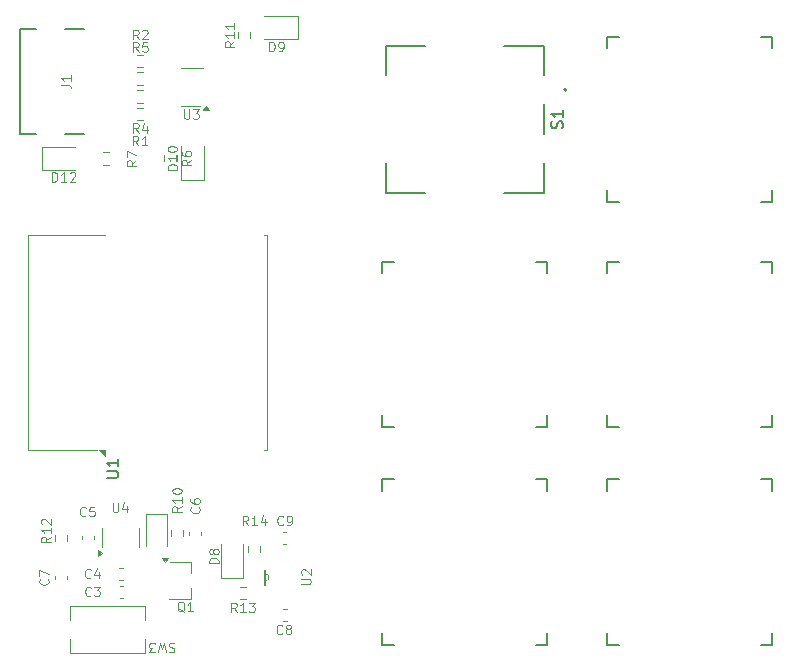
<source format=gbr>
%TF.GenerationSoftware,KiCad,Pcbnew,9.0.2*%
%TF.CreationDate,2025-07-23T19:01:54-06:00*%
%TF.ProjectId,macro devboard ESP32,6d616372-6f20-4646-9576-626f61726420,rev?*%
%TF.SameCoordinates,Original*%
%TF.FileFunction,Legend,Top*%
%TF.FilePolarity,Positive*%
%FSLAX46Y46*%
G04 Gerber Fmt 4.6, Leading zero omitted, Abs format (unit mm)*
G04 Created by KiCad (PCBNEW 9.0.2) date 2025-07-23 19:01:54*
%MOMM*%
%LPD*%
G01*
G04 APERTURE LIST*
%ADD10C,0.120000*%
%ADD11C,0.150000*%
%ADD12C,0.152400*%
%ADD13C,0.100000*%
%ADD14C,0.127000*%
%ADD15C,0.200000*%
G04 APERTURE END LIST*
D10*
X190993855Y-84854285D02*
X190612902Y-85120952D01*
X190993855Y-85311428D02*
X190193855Y-85311428D01*
X190193855Y-85311428D02*
X190193855Y-85006666D01*
X190193855Y-85006666D02*
X190231950Y-84930476D01*
X190231950Y-84930476D02*
X190270045Y-84892381D01*
X190270045Y-84892381D02*
X190346236Y-84854285D01*
X190346236Y-84854285D02*
X190460521Y-84854285D01*
X190460521Y-84854285D02*
X190536712Y-84892381D01*
X190536712Y-84892381D02*
X190574807Y-84930476D01*
X190574807Y-84930476D02*
X190612902Y-85006666D01*
X190612902Y-85006666D02*
X190612902Y-85311428D01*
X190993855Y-84092381D02*
X190993855Y-84549524D01*
X190993855Y-84320952D02*
X190193855Y-84320952D01*
X190193855Y-84320952D02*
X190308140Y-84397143D01*
X190308140Y-84397143D02*
X190384331Y-84473333D01*
X190384331Y-84473333D02*
X190422426Y-84549524D01*
X190270045Y-83787619D02*
X190231950Y-83749523D01*
X190231950Y-83749523D02*
X190193855Y-83673333D01*
X190193855Y-83673333D02*
X190193855Y-83482857D01*
X190193855Y-83482857D02*
X190231950Y-83406666D01*
X190231950Y-83406666D02*
X190270045Y-83368571D01*
X190270045Y-83368571D02*
X190346236Y-83330476D01*
X190346236Y-83330476D02*
X190422426Y-83330476D01*
X190422426Y-83330476D02*
X190536712Y-83368571D01*
X190536712Y-83368571D02*
X190993855Y-83825714D01*
X190993855Y-83825714D02*
X190993855Y-83330476D01*
X193966667Y-83057664D02*
X193928571Y-83095760D01*
X193928571Y-83095760D02*
X193814286Y-83133855D01*
X193814286Y-83133855D02*
X193738095Y-83133855D01*
X193738095Y-83133855D02*
X193623809Y-83095760D01*
X193623809Y-83095760D02*
X193547619Y-83019569D01*
X193547619Y-83019569D02*
X193509524Y-82943379D01*
X193509524Y-82943379D02*
X193471428Y-82790998D01*
X193471428Y-82790998D02*
X193471428Y-82676712D01*
X193471428Y-82676712D02*
X193509524Y-82524331D01*
X193509524Y-82524331D02*
X193547619Y-82448140D01*
X193547619Y-82448140D02*
X193623809Y-82371950D01*
X193623809Y-82371950D02*
X193738095Y-82333855D01*
X193738095Y-82333855D02*
X193814286Y-82333855D01*
X193814286Y-82333855D02*
X193928571Y-82371950D01*
X193928571Y-82371950D02*
X193966667Y-82410045D01*
X194690476Y-82333855D02*
X194309524Y-82333855D01*
X194309524Y-82333855D02*
X194271428Y-82714807D01*
X194271428Y-82714807D02*
X194309524Y-82676712D01*
X194309524Y-82676712D02*
X194385714Y-82638617D01*
X194385714Y-82638617D02*
X194576190Y-82638617D01*
X194576190Y-82638617D02*
X194652381Y-82676712D01*
X194652381Y-82676712D02*
X194690476Y-82714807D01*
X194690476Y-82714807D02*
X194728571Y-82790998D01*
X194728571Y-82790998D02*
X194728571Y-82981474D01*
X194728571Y-82981474D02*
X194690476Y-83057664D01*
X194690476Y-83057664D02*
X194652381Y-83095760D01*
X194652381Y-83095760D02*
X194576190Y-83133855D01*
X194576190Y-83133855D02*
X194385714Y-83133855D01*
X194385714Y-83133855D02*
X194309524Y-83095760D01*
X194309524Y-83095760D02*
X194271428Y-83057664D01*
X212223855Y-88869523D02*
X212871474Y-88869523D01*
X212871474Y-88869523D02*
X212947664Y-88831428D01*
X212947664Y-88831428D02*
X212985760Y-88793333D01*
X212985760Y-88793333D02*
X213023855Y-88717142D01*
X213023855Y-88717142D02*
X213023855Y-88564761D01*
X213023855Y-88564761D02*
X212985760Y-88488571D01*
X212985760Y-88488571D02*
X212947664Y-88450476D01*
X212947664Y-88450476D02*
X212871474Y-88412380D01*
X212871474Y-88412380D02*
X212223855Y-88412380D01*
X212300045Y-88069524D02*
X212261950Y-88031428D01*
X212261950Y-88031428D02*
X212223855Y-87955238D01*
X212223855Y-87955238D02*
X212223855Y-87764762D01*
X212223855Y-87764762D02*
X212261950Y-87688571D01*
X212261950Y-87688571D02*
X212300045Y-87650476D01*
X212300045Y-87650476D02*
X212376236Y-87612381D01*
X212376236Y-87612381D02*
X212452426Y-87612381D01*
X212452426Y-87612381D02*
X212566712Y-87650476D01*
X212566712Y-87650476D02*
X213023855Y-88107619D01*
X213023855Y-88107619D02*
X213023855Y-87612381D01*
X194376667Y-88287664D02*
X194338571Y-88325760D01*
X194338571Y-88325760D02*
X194224286Y-88363855D01*
X194224286Y-88363855D02*
X194148095Y-88363855D01*
X194148095Y-88363855D02*
X194033809Y-88325760D01*
X194033809Y-88325760D02*
X193957619Y-88249569D01*
X193957619Y-88249569D02*
X193919524Y-88173379D01*
X193919524Y-88173379D02*
X193881428Y-88020998D01*
X193881428Y-88020998D02*
X193881428Y-87906712D01*
X193881428Y-87906712D02*
X193919524Y-87754331D01*
X193919524Y-87754331D02*
X193957619Y-87678140D01*
X193957619Y-87678140D02*
X194033809Y-87601950D01*
X194033809Y-87601950D02*
X194148095Y-87563855D01*
X194148095Y-87563855D02*
X194224286Y-87563855D01*
X194224286Y-87563855D02*
X194338571Y-87601950D01*
X194338571Y-87601950D02*
X194376667Y-87640045D01*
X195062381Y-87830521D02*
X195062381Y-88363855D01*
X194871905Y-87525760D02*
X194681428Y-88097188D01*
X194681428Y-88097188D02*
X195176667Y-88097188D01*
D11*
X234317200Y-50271904D02*
X234364819Y-50129047D01*
X234364819Y-50129047D02*
X234364819Y-49890952D01*
X234364819Y-49890952D02*
X234317200Y-49795714D01*
X234317200Y-49795714D02*
X234269580Y-49748095D01*
X234269580Y-49748095D02*
X234174342Y-49700476D01*
X234174342Y-49700476D02*
X234079104Y-49700476D01*
X234079104Y-49700476D02*
X233983866Y-49748095D01*
X233983866Y-49748095D02*
X233936247Y-49795714D01*
X233936247Y-49795714D02*
X233888628Y-49890952D01*
X233888628Y-49890952D02*
X233841009Y-50081428D01*
X233841009Y-50081428D02*
X233793390Y-50176666D01*
X233793390Y-50176666D02*
X233745771Y-50224285D01*
X233745771Y-50224285D02*
X233650533Y-50271904D01*
X233650533Y-50271904D02*
X233555295Y-50271904D01*
X233555295Y-50271904D02*
X233460057Y-50224285D01*
X233460057Y-50224285D02*
X233412438Y-50176666D01*
X233412438Y-50176666D02*
X233364819Y-50081428D01*
X233364819Y-50081428D02*
X233364819Y-49843333D01*
X233364819Y-49843333D02*
X233412438Y-49700476D01*
X234364819Y-48748095D02*
X234364819Y-49319523D01*
X234364819Y-49033809D02*
X233364819Y-49033809D01*
X233364819Y-49033809D02*
X233507676Y-49129047D01*
X233507676Y-49129047D02*
X233602914Y-49224285D01*
X233602914Y-49224285D02*
X233650533Y-49319523D01*
X195724819Y-79861904D02*
X196534342Y-79861904D01*
X196534342Y-79861904D02*
X196629580Y-79814285D01*
X196629580Y-79814285D02*
X196677200Y-79766666D01*
X196677200Y-79766666D02*
X196724819Y-79671428D01*
X196724819Y-79671428D02*
X196724819Y-79480952D01*
X196724819Y-79480952D02*
X196677200Y-79385714D01*
X196677200Y-79385714D02*
X196629580Y-79338095D01*
X196629580Y-79338095D02*
X196534342Y-79290476D01*
X196534342Y-79290476D02*
X195724819Y-79290476D01*
X196724819Y-78290476D02*
X196724819Y-78861904D01*
X196724819Y-78576190D02*
X195724819Y-78576190D01*
X195724819Y-78576190D02*
X195867676Y-78671428D01*
X195867676Y-78671428D02*
X195962914Y-78766666D01*
X195962914Y-78766666D02*
X196010533Y-78861904D01*
D10*
X210606667Y-93027664D02*
X210568571Y-93065760D01*
X210568571Y-93065760D02*
X210454286Y-93103855D01*
X210454286Y-93103855D02*
X210378095Y-93103855D01*
X210378095Y-93103855D02*
X210263809Y-93065760D01*
X210263809Y-93065760D02*
X210187619Y-92989569D01*
X210187619Y-92989569D02*
X210149524Y-92913379D01*
X210149524Y-92913379D02*
X210111428Y-92760998D01*
X210111428Y-92760998D02*
X210111428Y-92646712D01*
X210111428Y-92646712D02*
X210149524Y-92494331D01*
X210149524Y-92494331D02*
X210187619Y-92418140D01*
X210187619Y-92418140D02*
X210263809Y-92341950D01*
X210263809Y-92341950D02*
X210378095Y-92303855D01*
X210378095Y-92303855D02*
X210454286Y-92303855D01*
X210454286Y-92303855D02*
X210568571Y-92341950D01*
X210568571Y-92341950D02*
X210606667Y-92380045D01*
X211063809Y-92646712D02*
X210987619Y-92608617D01*
X210987619Y-92608617D02*
X210949524Y-92570521D01*
X210949524Y-92570521D02*
X210911428Y-92494331D01*
X210911428Y-92494331D02*
X210911428Y-92456236D01*
X210911428Y-92456236D02*
X210949524Y-92380045D01*
X210949524Y-92380045D02*
X210987619Y-92341950D01*
X210987619Y-92341950D02*
X211063809Y-92303855D01*
X211063809Y-92303855D02*
X211216190Y-92303855D01*
X211216190Y-92303855D02*
X211292381Y-92341950D01*
X211292381Y-92341950D02*
X211330476Y-92380045D01*
X211330476Y-92380045D02*
X211368571Y-92456236D01*
X211368571Y-92456236D02*
X211368571Y-92494331D01*
X211368571Y-92494331D02*
X211330476Y-92570521D01*
X211330476Y-92570521D02*
X211292381Y-92608617D01*
X211292381Y-92608617D02*
X211216190Y-92646712D01*
X211216190Y-92646712D02*
X211063809Y-92646712D01*
X211063809Y-92646712D02*
X210987619Y-92684807D01*
X210987619Y-92684807D02*
X210949524Y-92722902D01*
X210949524Y-92722902D02*
X210911428Y-92799093D01*
X210911428Y-92799093D02*
X210911428Y-92951474D01*
X210911428Y-92951474D02*
X210949524Y-93027664D01*
X210949524Y-93027664D02*
X210987619Y-93065760D01*
X210987619Y-93065760D02*
X211063809Y-93103855D01*
X211063809Y-93103855D02*
X211216190Y-93103855D01*
X211216190Y-93103855D02*
X211292381Y-93065760D01*
X211292381Y-93065760D02*
X211330476Y-93027664D01*
X211330476Y-93027664D02*
X211368571Y-92951474D01*
X211368571Y-92951474D02*
X211368571Y-92799093D01*
X211368571Y-92799093D02*
X211330476Y-92722902D01*
X211330476Y-92722902D02*
X211292381Y-92684807D01*
X211292381Y-92684807D02*
X211216190Y-92646712D01*
X205203855Y-87100475D02*
X204403855Y-87100475D01*
X204403855Y-87100475D02*
X204403855Y-86909999D01*
X204403855Y-86909999D02*
X204441950Y-86795713D01*
X204441950Y-86795713D02*
X204518140Y-86719523D01*
X204518140Y-86719523D02*
X204594331Y-86681428D01*
X204594331Y-86681428D02*
X204746712Y-86643332D01*
X204746712Y-86643332D02*
X204860998Y-86643332D01*
X204860998Y-86643332D02*
X205013379Y-86681428D01*
X205013379Y-86681428D02*
X205089569Y-86719523D01*
X205089569Y-86719523D02*
X205165760Y-86795713D01*
X205165760Y-86795713D02*
X205203855Y-86909999D01*
X205203855Y-86909999D02*
X205203855Y-87100475D01*
X204746712Y-86186190D02*
X204708617Y-86262380D01*
X204708617Y-86262380D02*
X204670521Y-86300475D01*
X204670521Y-86300475D02*
X204594331Y-86338571D01*
X204594331Y-86338571D02*
X204556236Y-86338571D01*
X204556236Y-86338571D02*
X204480045Y-86300475D01*
X204480045Y-86300475D02*
X204441950Y-86262380D01*
X204441950Y-86262380D02*
X204403855Y-86186190D01*
X204403855Y-86186190D02*
X204403855Y-86033809D01*
X204403855Y-86033809D02*
X204441950Y-85957618D01*
X204441950Y-85957618D02*
X204480045Y-85919523D01*
X204480045Y-85919523D02*
X204556236Y-85881428D01*
X204556236Y-85881428D02*
X204594331Y-85881428D01*
X204594331Y-85881428D02*
X204670521Y-85919523D01*
X204670521Y-85919523D02*
X204708617Y-85957618D01*
X204708617Y-85957618D02*
X204746712Y-86033809D01*
X204746712Y-86033809D02*
X204746712Y-86186190D01*
X204746712Y-86186190D02*
X204784807Y-86262380D01*
X204784807Y-86262380D02*
X204822902Y-86300475D01*
X204822902Y-86300475D02*
X204899093Y-86338571D01*
X204899093Y-86338571D02*
X205051474Y-86338571D01*
X205051474Y-86338571D02*
X205127664Y-86300475D01*
X205127664Y-86300475D02*
X205165760Y-86262380D01*
X205165760Y-86262380D02*
X205203855Y-86186190D01*
X205203855Y-86186190D02*
X205203855Y-86033809D01*
X205203855Y-86033809D02*
X205165760Y-85957618D01*
X205165760Y-85957618D02*
X205127664Y-85919523D01*
X205127664Y-85919523D02*
X205051474Y-85881428D01*
X205051474Y-85881428D02*
X204899093Y-85881428D01*
X204899093Y-85881428D02*
X204822902Y-85919523D01*
X204822902Y-85919523D02*
X204784807Y-85957618D01*
X204784807Y-85957618D02*
X204746712Y-86033809D01*
X203547664Y-82353332D02*
X203585760Y-82391428D01*
X203585760Y-82391428D02*
X203623855Y-82505713D01*
X203623855Y-82505713D02*
X203623855Y-82581904D01*
X203623855Y-82581904D02*
X203585760Y-82696190D01*
X203585760Y-82696190D02*
X203509569Y-82772380D01*
X203509569Y-82772380D02*
X203433379Y-82810475D01*
X203433379Y-82810475D02*
X203280998Y-82848571D01*
X203280998Y-82848571D02*
X203166712Y-82848571D01*
X203166712Y-82848571D02*
X203014331Y-82810475D01*
X203014331Y-82810475D02*
X202938140Y-82772380D01*
X202938140Y-82772380D02*
X202861950Y-82696190D01*
X202861950Y-82696190D02*
X202823855Y-82581904D01*
X202823855Y-82581904D02*
X202823855Y-82505713D01*
X202823855Y-82505713D02*
X202861950Y-82391428D01*
X202861950Y-82391428D02*
X202900045Y-82353332D01*
X202823855Y-81667618D02*
X202823855Y-81819999D01*
X202823855Y-81819999D02*
X202861950Y-81896190D01*
X202861950Y-81896190D02*
X202900045Y-81934285D01*
X202900045Y-81934285D02*
X203014331Y-82010475D01*
X203014331Y-82010475D02*
X203166712Y-82048571D01*
X203166712Y-82048571D02*
X203471474Y-82048571D01*
X203471474Y-82048571D02*
X203547664Y-82010475D01*
X203547664Y-82010475D02*
X203585760Y-81972380D01*
X203585760Y-81972380D02*
X203623855Y-81896190D01*
X203623855Y-81896190D02*
X203623855Y-81743809D01*
X203623855Y-81743809D02*
X203585760Y-81667618D01*
X203585760Y-81667618D02*
X203547664Y-81629523D01*
X203547664Y-81629523D02*
X203471474Y-81591428D01*
X203471474Y-81591428D02*
X203280998Y-81591428D01*
X203280998Y-81591428D02*
X203204807Y-81629523D01*
X203204807Y-81629523D02*
X203166712Y-81667618D01*
X203166712Y-81667618D02*
X203128617Y-81743809D01*
X203128617Y-81743809D02*
X203128617Y-81896190D01*
X203128617Y-81896190D02*
X203166712Y-81972380D01*
X203166712Y-81972380D02*
X203204807Y-82010475D01*
X203204807Y-82010475D02*
X203280998Y-82048571D01*
X194396667Y-89807664D02*
X194358571Y-89845760D01*
X194358571Y-89845760D02*
X194244286Y-89883855D01*
X194244286Y-89883855D02*
X194168095Y-89883855D01*
X194168095Y-89883855D02*
X194053809Y-89845760D01*
X194053809Y-89845760D02*
X193977619Y-89769569D01*
X193977619Y-89769569D02*
X193939524Y-89693379D01*
X193939524Y-89693379D02*
X193901428Y-89540998D01*
X193901428Y-89540998D02*
X193901428Y-89426712D01*
X193901428Y-89426712D02*
X193939524Y-89274331D01*
X193939524Y-89274331D02*
X193977619Y-89198140D01*
X193977619Y-89198140D02*
X194053809Y-89121950D01*
X194053809Y-89121950D02*
X194168095Y-89083855D01*
X194168095Y-89083855D02*
X194244286Y-89083855D01*
X194244286Y-89083855D02*
X194358571Y-89121950D01*
X194358571Y-89121950D02*
X194396667Y-89160045D01*
X194663333Y-89083855D02*
X195158571Y-89083855D01*
X195158571Y-89083855D02*
X194891905Y-89388617D01*
X194891905Y-89388617D02*
X195006190Y-89388617D01*
X195006190Y-89388617D02*
X195082381Y-89426712D01*
X195082381Y-89426712D02*
X195120476Y-89464807D01*
X195120476Y-89464807D02*
X195158571Y-89540998D01*
X195158571Y-89540998D02*
X195158571Y-89731474D01*
X195158571Y-89731474D02*
X195120476Y-89807664D01*
X195120476Y-89807664D02*
X195082381Y-89845760D01*
X195082381Y-89845760D02*
X195006190Y-89883855D01*
X195006190Y-89883855D02*
X194777619Y-89883855D01*
X194777619Y-89883855D02*
X194701428Y-89845760D01*
X194701428Y-89845760D02*
X194663333Y-89807664D01*
X198441667Y-42733855D02*
X198175000Y-42352902D01*
X197984524Y-42733855D02*
X197984524Y-41933855D01*
X197984524Y-41933855D02*
X198289286Y-41933855D01*
X198289286Y-41933855D02*
X198365476Y-41971950D01*
X198365476Y-41971950D02*
X198403571Y-42010045D01*
X198403571Y-42010045D02*
X198441667Y-42086236D01*
X198441667Y-42086236D02*
X198441667Y-42200521D01*
X198441667Y-42200521D02*
X198403571Y-42276712D01*
X198403571Y-42276712D02*
X198365476Y-42314807D01*
X198365476Y-42314807D02*
X198289286Y-42352902D01*
X198289286Y-42352902D02*
X197984524Y-42352902D01*
X198746428Y-42010045D02*
X198784524Y-41971950D01*
X198784524Y-41971950D02*
X198860714Y-41933855D01*
X198860714Y-41933855D02*
X199051190Y-41933855D01*
X199051190Y-41933855D02*
X199127381Y-41971950D01*
X199127381Y-41971950D02*
X199165476Y-42010045D01*
X199165476Y-42010045D02*
X199203571Y-42086236D01*
X199203571Y-42086236D02*
X199203571Y-42162426D01*
X199203571Y-42162426D02*
X199165476Y-42276712D01*
X199165476Y-42276712D02*
X198708333Y-42733855D01*
X198708333Y-42733855D02*
X199203571Y-42733855D01*
X201683855Y-53788928D02*
X200883855Y-53788928D01*
X200883855Y-53788928D02*
X200883855Y-53598452D01*
X200883855Y-53598452D02*
X200921950Y-53484166D01*
X200921950Y-53484166D02*
X200998140Y-53407976D01*
X200998140Y-53407976D02*
X201074331Y-53369881D01*
X201074331Y-53369881D02*
X201226712Y-53331785D01*
X201226712Y-53331785D02*
X201340998Y-53331785D01*
X201340998Y-53331785D02*
X201493379Y-53369881D01*
X201493379Y-53369881D02*
X201569569Y-53407976D01*
X201569569Y-53407976D02*
X201645760Y-53484166D01*
X201645760Y-53484166D02*
X201683855Y-53598452D01*
X201683855Y-53598452D02*
X201683855Y-53788928D01*
X201683855Y-52569881D02*
X201683855Y-53027024D01*
X201683855Y-52798452D02*
X200883855Y-52798452D01*
X200883855Y-52798452D02*
X200998140Y-52874643D01*
X200998140Y-52874643D02*
X201074331Y-52950833D01*
X201074331Y-52950833D02*
X201112426Y-53027024D01*
X200883855Y-52074642D02*
X200883855Y-51998452D01*
X200883855Y-51998452D02*
X200921950Y-51922261D01*
X200921950Y-51922261D02*
X200960045Y-51884166D01*
X200960045Y-51884166D02*
X201036236Y-51846071D01*
X201036236Y-51846071D02*
X201188617Y-51807976D01*
X201188617Y-51807976D02*
X201379093Y-51807976D01*
X201379093Y-51807976D02*
X201531474Y-51846071D01*
X201531474Y-51846071D02*
X201607664Y-51884166D01*
X201607664Y-51884166D02*
X201645760Y-51922261D01*
X201645760Y-51922261D02*
X201683855Y-51998452D01*
X201683855Y-51998452D02*
X201683855Y-52074642D01*
X201683855Y-52074642D02*
X201645760Y-52150833D01*
X201645760Y-52150833D02*
X201607664Y-52188928D01*
X201607664Y-52188928D02*
X201531474Y-52227023D01*
X201531474Y-52227023D02*
X201379093Y-52265119D01*
X201379093Y-52265119D02*
X201188617Y-52265119D01*
X201188617Y-52265119D02*
X201036236Y-52227023D01*
X201036236Y-52227023D02*
X200960045Y-52188928D01*
X200960045Y-52188928D02*
X200921950Y-52150833D01*
X200921950Y-52150833D02*
X200883855Y-52074642D01*
X206533855Y-42926785D02*
X206152902Y-43193452D01*
X206533855Y-43383928D02*
X205733855Y-43383928D01*
X205733855Y-43383928D02*
X205733855Y-43079166D01*
X205733855Y-43079166D02*
X205771950Y-43002976D01*
X205771950Y-43002976D02*
X205810045Y-42964881D01*
X205810045Y-42964881D02*
X205886236Y-42926785D01*
X205886236Y-42926785D02*
X206000521Y-42926785D01*
X206000521Y-42926785D02*
X206076712Y-42964881D01*
X206076712Y-42964881D02*
X206114807Y-43002976D01*
X206114807Y-43002976D02*
X206152902Y-43079166D01*
X206152902Y-43079166D02*
X206152902Y-43383928D01*
X206533855Y-42164881D02*
X206533855Y-42622024D01*
X206533855Y-42393452D02*
X205733855Y-42393452D01*
X205733855Y-42393452D02*
X205848140Y-42469643D01*
X205848140Y-42469643D02*
X205924331Y-42545833D01*
X205924331Y-42545833D02*
X205962426Y-42622024D01*
X206533855Y-41402976D02*
X206533855Y-41860119D01*
X206533855Y-41631547D02*
X205733855Y-41631547D01*
X205733855Y-41631547D02*
X205848140Y-41707738D01*
X205848140Y-41707738D02*
X205924331Y-41783928D01*
X205924331Y-41783928D02*
X205962426Y-41860119D01*
X198434167Y-43793855D02*
X198167500Y-43412902D01*
X197977024Y-43793855D02*
X197977024Y-42993855D01*
X197977024Y-42993855D02*
X198281786Y-42993855D01*
X198281786Y-42993855D02*
X198357976Y-43031950D01*
X198357976Y-43031950D02*
X198396071Y-43070045D01*
X198396071Y-43070045D02*
X198434167Y-43146236D01*
X198434167Y-43146236D02*
X198434167Y-43260521D01*
X198434167Y-43260521D02*
X198396071Y-43336712D01*
X198396071Y-43336712D02*
X198357976Y-43374807D01*
X198357976Y-43374807D02*
X198281786Y-43412902D01*
X198281786Y-43412902D02*
X197977024Y-43412902D01*
X199157976Y-42993855D02*
X198777024Y-42993855D01*
X198777024Y-42993855D02*
X198738928Y-43374807D01*
X198738928Y-43374807D02*
X198777024Y-43336712D01*
X198777024Y-43336712D02*
X198853214Y-43298617D01*
X198853214Y-43298617D02*
X199043690Y-43298617D01*
X199043690Y-43298617D02*
X199119881Y-43336712D01*
X199119881Y-43336712D02*
X199157976Y-43374807D01*
X199157976Y-43374807D02*
X199196071Y-43450998D01*
X199196071Y-43450998D02*
X199196071Y-43641474D01*
X199196071Y-43641474D02*
X199157976Y-43717664D01*
X199157976Y-43717664D02*
X199119881Y-43755760D01*
X199119881Y-43755760D02*
X199043690Y-43793855D01*
X199043690Y-43793855D02*
X198853214Y-43793855D01*
X198853214Y-43793855D02*
X198777024Y-43755760D01*
X198777024Y-43755760D02*
X198738928Y-43717664D01*
X198426667Y-50653855D02*
X198160000Y-50272902D01*
X197969524Y-50653855D02*
X197969524Y-49853855D01*
X197969524Y-49853855D02*
X198274286Y-49853855D01*
X198274286Y-49853855D02*
X198350476Y-49891950D01*
X198350476Y-49891950D02*
X198388571Y-49930045D01*
X198388571Y-49930045D02*
X198426667Y-50006236D01*
X198426667Y-50006236D02*
X198426667Y-50120521D01*
X198426667Y-50120521D02*
X198388571Y-50196712D01*
X198388571Y-50196712D02*
X198350476Y-50234807D01*
X198350476Y-50234807D02*
X198274286Y-50272902D01*
X198274286Y-50272902D02*
X197969524Y-50272902D01*
X199112381Y-50120521D02*
X199112381Y-50653855D01*
X198921905Y-49815760D02*
X198731428Y-50387188D01*
X198731428Y-50387188D02*
X199226667Y-50387188D01*
X198414167Y-51713855D02*
X198147500Y-51332902D01*
X197957024Y-51713855D02*
X197957024Y-50913855D01*
X197957024Y-50913855D02*
X198261786Y-50913855D01*
X198261786Y-50913855D02*
X198337976Y-50951950D01*
X198337976Y-50951950D02*
X198376071Y-50990045D01*
X198376071Y-50990045D02*
X198414167Y-51066236D01*
X198414167Y-51066236D02*
X198414167Y-51180521D01*
X198414167Y-51180521D02*
X198376071Y-51256712D01*
X198376071Y-51256712D02*
X198337976Y-51294807D01*
X198337976Y-51294807D02*
X198261786Y-51332902D01*
X198261786Y-51332902D02*
X197957024Y-51332902D01*
X199176071Y-51713855D02*
X198718928Y-51713855D01*
X198947500Y-51713855D02*
X198947500Y-50913855D01*
X198947500Y-50913855D02*
X198871309Y-51028140D01*
X198871309Y-51028140D02*
X198795119Y-51104331D01*
X198795119Y-51104331D02*
X198718928Y-51142426D01*
X201466667Y-93864240D02*
X201352381Y-93826144D01*
X201352381Y-93826144D02*
X201161905Y-93826144D01*
X201161905Y-93826144D02*
X201085714Y-93864240D01*
X201085714Y-93864240D02*
X201047619Y-93902335D01*
X201047619Y-93902335D02*
X201009524Y-93978525D01*
X201009524Y-93978525D02*
X201009524Y-94054716D01*
X201009524Y-94054716D02*
X201047619Y-94130906D01*
X201047619Y-94130906D02*
X201085714Y-94169001D01*
X201085714Y-94169001D02*
X201161905Y-94207097D01*
X201161905Y-94207097D02*
X201314286Y-94245192D01*
X201314286Y-94245192D02*
X201390476Y-94283287D01*
X201390476Y-94283287D02*
X201428571Y-94321382D01*
X201428571Y-94321382D02*
X201466667Y-94397573D01*
X201466667Y-94397573D02*
X201466667Y-94473763D01*
X201466667Y-94473763D02*
X201428571Y-94549954D01*
X201428571Y-94549954D02*
X201390476Y-94588049D01*
X201390476Y-94588049D02*
X201314286Y-94626144D01*
X201314286Y-94626144D02*
X201123809Y-94626144D01*
X201123809Y-94626144D02*
X201009524Y-94588049D01*
X200742857Y-94626144D02*
X200552381Y-93826144D01*
X200552381Y-93826144D02*
X200400000Y-94397573D01*
X200400000Y-94397573D02*
X200247619Y-93826144D01*
X200247619Y-93826144D02*
X200057143Y-94626144D01*
X199828571Y-94626144D02*
X199333333Y-94626144D01*
X199333333Y-94626144D02*
X199599999Y-94321382D01*
X199599999Y-94321382D02*
X199485714Y-94321382D01*
X199485714Y-94321382D02*
X199409523Y-94283287D01*
X199409523Y-94283287D02*
X199371428Y-94245192D01*
X199371428Y-94245192D02*
X199333333Y-94169001D01*
X199333333Y-94169001D02*
X199333333Y-93978525D01*
X199333333Y-93978525D02*
X199371428Y-93902335D01*
X199371428Y-93902335D02*
X199409523Y-93864240D01*
X199409523Y-93864240D02*
X199485714Y-93826144D01*
X199485714Y-93826144D02*
X199714285Y-93826144D01*
X199714285Y-93826144D02*
X199790476Y-93864240D01*
X199790476Y-93864240D02*
X199828571Y-93902335D01*
X206735714Y-91243855D02*
X206469047Y-90862902D01*
X206278571Y-91243855D02*
X206278571Y-90443855D01*
X206278571Y-90443855D02*
X206583333Y-90443855D01*
X206583333Y-90443855D02*
X206659523Y-90481950D01*
X206659523Y-90481950D02*
X206697618Y-90520045D01*
X206697618Y-90520045D02*
X206735714Y-90596236D01*
X206735714Y-90596236D02*
X206735714Y-90710521D01*
X206735714Y-90710521D02*
X206697618Y-90786712D01*
X206697618Y-90786712D02*
X206659523Y-90824807D01*
X206659523Y-90824807D02*
X206583333Y-90862902D01*
X206583333Y-90862902D02*
X206278571Y-90862902D01*
X207497618Y-91243855D02*
X207040475Y-91243855D01*
X207269047Y-91243855D02*
X207269047Y-90443855D01*
X207269047Y-90443855D02*
X207192856Y-90558140D01*
X207192856Y-90558140D02*
X207116666Y-90634331D01*
X207116666Y-90634331D02*
X207040475Y-90672426D01*
X207764285Y-90443855D02*
X208259523Y-90443855D01*
X208259523Y-90443855D02*
X207992857Y-90748617D01*
X207992857Y-90748617D02*
X208107142Y-90748617D01*
X208107142Y-90748617D02*
X208183333Y-90786712D01*
X208183333Y-90786712D02*
X208221428Y-90824807D01*
X208221428Y-90824807D02*
X208259523Y-90900998D01*
X208259523Y-90900998D02*
X208259523Y-91091474D01*
X208259523Y-91091474D02*
X208221428Y-91167664D01*
X208221428Y-91167664D02*
X208183333Y-91205760D01*
X208183333Y-91205760D02*
X208107142Y-91243855D01*
X208107142Y-91243855D02*
X207878571Y-91243855D01*
X207878571Y-91243855D02*
X207802380Y-91205760D01*
X207802380Y-91205760D02*
X207764285Y-91167664D01*
X210656667Y-83817664D02*
X210618571Y-83855760D01*
X210618571Y-83855760D02*
X210504286Y-83893855D01*
X210504286Y-83893855D02*
X210428095Y-83893855D01*
X210428095Y-83893855D02*
X210313809Y-83855760D01*
X210313809Y-83855760D02*
X210237619Y-83779569D01*
X210237619Y-83779569D02*
X210199524Y-83703379D01*
X210199524Y-83703379D02*
X210161428Y-83550998D01*
X210161428Y-83550998D02*
X210161428Y-83436712D01*
X210161428Y-83436712D02*
X210199524Y-83284331D01*
X210199524Y-83284331D02*
X210237619Y-83208140D01*
X210237619Y-83208140D02*
X210313809Y-83131950D01*
X210313809Y-83131950D02*
X210428095Y-83093855D01*
X210428095Y-83093855D02*
X210504286Y-83093855D01*
X210504286Y-83093855D02*
X210618571Y-83131950D01*
X210618571Y-83131950D02*
X210656667Y-83170045D01*
X211037619Y-83893855D02*
X211190000Y-83893855D01*
X211190000Y-83893855D02*
X211266190Y-83855760D01*
X211266190Y-83855760D02*
X211304286Y-83817664D01*
X211304286Y-83817664D02*
X211380476Y-83703379D01*
X211380476Y-83703379D02*
X211418571Y-83550998D01*
X211418571Y-83550998D02*
X211418571Y-83246236D01*
X211418571Y-83246236D02*
X211380476Y-83170045D01*
X211380476Y-83170045D02*
X211342381Y-83131950D01*
X211342381Y-83131950D02*
X211266190Y-83093855D01*
X211266190Y-83093855D02*
X211113809Y-83093855D01*
X211113809Y-83093855D02*
X211037619Y-83131950D01*
X211037619Y-83131950D02*
X210999524Y-83170045D01*
X210999524Y-83170045D02*
X210961428Y-83246236D01*
X210961428Y-83246236D02*
X210961428Y-83436712D01*
X210961428Y-83436712D02*
X210999524Y-83512902D01*
X210999524Y-83512902D02*
X211037619Y-83550998D01*
X211037619Y-83550998D02*
X211113809Y-83589093D01*
X211113809Y-83589093D02*
X211266190Y-83589093D01*
X211266190Y-83589093D02*
X211342381Y-83550998D01*
X211342381Y-83550998D02*
X211380476Y-83512902D01*
X211380476Y-83512902D02*
X211418571Y-83436712D01*
X202313809Y-91260045D02*
X202237619Y-91221950D01*
X202237619Y-91221950D02*
X202161428Y-91145760D01*
X202161428Y-91145760D02*
X202047142Y-91031474D01*
X202047142Y-91031474D02*
X201970952Y-90993379D01*
X201970952Y-90993379D02*
X201894761Y-90993379D01*
X201932857Y-91183855D02*
X201856666Y-91145760D01*
X201856666Y-91145760D02*
X201780476Y-91069569D01*
X201780476Y-91069569D02*
X201742380Y-90917188D01*
X201742380Y-90917188D02*
X201742380Y-90650521D01*
X201742380Y-90650521D02*
X201780476Y-90498140D01*
X201780476Y-90498140D02*
X201856666Y-90421950D01*
X201856666Y-90421950D02*
X201932857Y-90383855D01*
X201932857Y-90383855D02*
X202085238Y-90383855D01*
X202085238Y-90383855D02*
X202161428Y-90421950D01*
X202161428Y-90421950D02*
X202237619Y-90498140D01*
X202237619Y-90498140D02*
X202275714Y-90650521D01*
X202275714Y-90650521D02*
X202275714Y-90917188D01*
X202275714Y-90917188D02*
X202237619Y-91069569D01*
X202237619Y-91069569D02*
X202161428Y-91145760D01*
X202161428Y-91145760D02*
X202085238Y-91183855D01*
X202085238Y-91183855D02*
X201932857Y-91183855D01*
X203037618Y-91183855D02*
X202580475Y-91183855D01*
X202809047Y-91183855D02*
X202809047Y-90383855D01*
X202809047Y-90383855D02*
X202732856Y-90498140D01*
X202732856Y-90498140D02*
X202656666Y-90574331D01*
X202656666Y-90574331D02*
X202580475Y-90612426D01*
X207705714Y-83883855D02*
X207439047Y-83502902D01*
X207248571Y-83883855D02*
X207248571Y-83083855D01*
X207248571Y-83083855D02*
X207553333Y-83083855D01*
X207553333Y-83083855D02*
X207629523Y-83121950D01*
X207629523Y-83121950D02*
X207667618Y-83160045D01*
X207667618Y-83160045D02*
X207705714Y-83236236D01*
X207705714Y-83236236D02*
X207705714Y-83350521D01*
X207705714Y-83350521D02*
X207667618Y-83426712D01*
X207667618Y-83426712D02*
X207629523Y-83464807D01*
X207629523Y-83464807D02*
X207553333Y-83502902D01*
X207553333Y-83502902D02*
X207248571Y-83502902D01*
X208467618Y-83883855D02*
X208010475Y-83883855D01*
X208239047Y-83883855D02*
X208239047Y-83083855D01*
X208239047Y-83083855D02*
X208162856Y-83198140D01*
X208162856Y-83198140D02*
X208086666Y-83274331D01*
X208086666Y-83274331D02*
X208010475Y-83312426D01*
X209153333Y-83350521D02*
X209153333Y-83883855D01*
X208962857Y-83045760D02*
X208772380Y-83617188D01*
X208772380Y-83617188D02*
X209267619Y-83617188D01*
X202893855Y-52960832D02*
X202512902Y-53227499D01*
X202893855Y-53417975D02*
X202093855Y-53417975D01*
X202093855Y-53417975D02*
X202093855Y-53113213D01*
X202093855Y-53113213D02*
X202131950Y-53037023D01*
X202131950Y-53037023D02*
X202170045Y-52998928D01*
X202170045Y-52998928D02*
X202246236Y-52960832D01*
X202246236Y-52960832D02*
X202360521Y-52960832D01*
X202360521Y-52960832D02*
X202436712Y-52998928D01*
X202436712Y-52998928D02*
X202474807Y-53037023D01*
X202474807Y-53037023D02*
X202512902Y-53113213D01*
X202512902Y-53113213D02*
X202512902Y-53417975D01*
X202093855Y-52275118D02*
X202093855Y-52427499D01*
X202093855Y-52427499D02*
X202131950Y-52503690D01*
X202131950Y-52503690D02*
X202170045Y-52541785D01*
X202170045Y-52541785D02*
X202284331Y-52617975D01*
X202284331Y-52617975D02*
X202436712Y-52656071D01*
X202436712Y-52656071D02*
X202741474Y-52656071D01*
X202741474Y-52656071D02*
X202817664Y-52617975D01*
X202817664Y-52617975D02*
X202855760Y-52579880D01*
X202855760Y-52579880D02*
X202893855Y-52503690D01*
X202893855Y-52503690D02*
X202893855Y-52351309D01*
X202893855Y-52351309D02*
X202855760Y-52275118D01*
X202855760Y-52275118D02*
X202817664Y-52237023D01*
X202817664Y-52237023D02*
X202741474Y-52198928D01*
X202741474Y-52198928D02*
X202550998Y-52198928D01*
X202550998Y-52198928D02*
X202474807Y-52237023D01*
X202474807Y-52237023D02*
X202436712Y-52275118D01*
X202436712Y-52275118D02*
X202398617Y-52351309D01*
X202398617Y-52351309D02*
X202398617Y-52503690D01*
X202398617Y-52503690D02*
X202436712Y-52579880D01*
X202436712Y-52579880D02*
X202474807Y-52617975D01*
X202474807Y-52617975D02*
X202550998Y-52656071D01*
X202073855Y-82274285D02*
X201692902Y-82540952D01*
X202073855Y-82731428D02*
X201273855Y-82731428D01*
X201273855Y-82731428D02*
X201273855Y-82426666D01*
X201273855Y-82426666D02*
X201311950Y-82350476D01*
X201311950Y-82350476D02*
X201350045Y-82312381D01*
X201350045Y-82312381D02*
X201426236Y-82274285D01*
X201426236Y-82274285D02*
X201540521Y-82274285D01*
X201540521Y-82274285D02*
X201616712Y-82312381D01*
X201616712Y-82312381D02*
X201654807Y-82350476D01*
X201654807Y-82350476D02*
X201692902Y-82426666D01*
X201692902Y-82426666D02*
X201692902Y-82731428D01*
X202073855Y-81512381D02*
X202073855Y-81969524D01*
X202073855Y-81740952D02*
X201273855Y-81740952D01*
X201273855Y-81740952D02*
X201388140Y-81817143D01*
X201388140Y-81817143D02*
X201464331Y-81893333D01*
X201464331Y-81893333D02*
X201502426Y-81969524D01*
X201273855Y-81017142D02*
X201273855Y-80940952D01*
X201273855Y-80940952D02*
X201311950Y-80864761D01*
X201311950Y-80864761D02*
X201350045Y-80826666D01*
X201350045Y-80826666D02*
X201426236Y-80788571D01*
X201426236Y-80788571D02*
X201578617Y-80750476D01*
X201578617Y-80750476D02*
X201769093Y-80750476D01*
X201769093Y-80750476D02*
X201921474Y-80788571D01*
X201921474Y-80788571D02*
X201997664Y-80826666D01*
X201997664Y-80826666D02*
X202035760Y-80864761D01*
X202035760Y-80864761D02*
X202073855Y-80940952D01*
X202073855Y-80940952D02*
X202073855Y-81017142D01*
X202073855Y-81017142D02*
X202035760Y-81093333D01*
X202035760Y-81093333D02*
X201997664Y-81131428D01*
X201997664Y-81131428D02*
X201921474Y-81169523D01*
X201921474Y-81169523D02*
X201769093Y-81207619D01*
X201769093Y-81207619D02*
X201578617Y-81207619D01*
X201578617Y-81207619D02*
X201426236Y-81169523D01*
X201426236Y-81169523D02*
X201350045Y-81131428D01*
X201350045Y-81131428D02*
X201311950Y-81093333D01*
X201311950Y-81093333D02*
X201273855Y-81017142D01*
X202280476Y-48683855D02*
X202280476Y-49331474D01*
X202280476Y-49331474D02*
X202318571Y-49407664D01*
X202318571Y-49407664D02*
X202356666Y-49445760D01*
X202356666Y-49445760D02*
X202432857Y-49483855D01*
X202432857Y-49483855D02*
X202585238Y-49483855D01*
X202585238Y-49483855D02*
X202661428Y-49445760D01*
X202661428Y-49445760D02*
X202699523Y-49407664D01*
X202699523Y-49407664D02*
X202737619Y-49331474D01*
X202737619Y-49331474D02*
X202737619Y-48683855D01*
X203042380Y-48683855D02*
X203537618Y-48683855D01*
X203537618Y-48683855D02*
X203270952Y-48988617D01*
X203270952Y-48988617D02*
X203385237Y-48988617D01*
X203385237Y-48988617D02*
X203461428Y-49026712D01*
X203461428Y-49026712D02*
X203499523Y-49064807D01*
X203499523Y-49064807D02*
X203537618Y-49140998D01*
X203537618Y-49140998D02*
X203537618Y-49331474D01*
X203537618Y-49331474D02*
X203499523Y-49407664D01*
X203499523Y-49407664D02*
X203461428Y-49445760D01*
X203461428Y-49445760D02*
X203385237Y-49483855D01*
X203385237Y-49483855D02*
X203156666Y-49483855D01*
X203156666Y-49483855D02*
X203080475Y-49445760D01*
X203080475Y-49445760D02*
X203042380Y-49407664D01*
X191883855Y-46576666D02*
X192455283Y-46576666D01*
X192455283Y-46576666D02*
X192569569Y-46614761D01*
X192569569Y-46614761D02*
X192645760Y-46690952D01*
X192645760Y-46690952D02*
X192683855Y-46805237D01*
X192683855Y-46805237D02*
X192683855Y-46881428D01*
X192683855Y-45776666D02*
X192683855Y-46233809D01*
X192683855Y-46005237D02*
X191883855Y-46005237D01*
X191883855Y-46005237D02*
X191998140Y-46081428D01*
X191998140Y-46081428D02*
X192074331Y-46157618D01*
X192074331Y-46157618D02*
X192112426Y-46233809D01*
X196240476Y-81973855D02*
X196240476Y-82621474D01*
X196240476Y-82621474D02*
X196278571Y-82697664D01*
X196278571Y-82697664D02*
X196316666Y-82735760D01*
X196316666Y-82735760D02*
X196392857Y-82773855D01*
X196392857Y-82773855D02*
X196545238Y-82773855D01*
X196545238Y-82773855D02*
X196621428Y-82735760D01*
X196621428Y-82735760D02*
X196659523Y-82697664D01*
X196659523Y-82697664D02*
X196697619Y-82621474D01*
X196697619Y-82621474D02*
X196697619Y-81973855D01*
X197421428Y-82240521D02*
X197421428Y-82773855D01*
X197230952Y-81935760D02*
X197040475Y-82507188D01*
X197040475Y-82507188D02*
X197535714Y-82507188D01*
X209484524Y-43753855D02*
X209484524Y-42953855D01*
X209484524Y-42953855D02*
X209675000Y-42953855D01*
X209675000Y-42953855D02*
X209789286Y-42991950D01*
X209789286Y-42991950D02*
X209865476Y-43068140D01*
X209865476Y-43068140D02*
X209903571Y-43144331D01*
X209903571Y-43144331D02*
X209941667Y-43296712D01*
X209941667Y-43296712D02*
X209941667Y-43410998D01*
X209941667Y-43410998D02*
X209903571Y-43563379D01*
X209903571Y-43563379D02*
X209865476Y-43639569D01*
X209865476Y-43639569D02*
X209789286Y-43715760D01*
X209789286Y-43715760D02*
X209675000Y-43753855D01*
X209675000Y-43753855D02*
X209484524Y-43753855D01*
X210322619Y-43753855D02*
X210475000Y-43753855D01*
X210475000Y-43753855D02*
X210551190Y-43715760D01*
X210551190Y-43715760D02*
X210589286Y-43677664D01*
X210589286Y-43677664D02*
X210665476Y-43563379D01*
X210665476Y-43563379D02*
X210703571Y-43410998D01*
X210703571Y-43410998D02*
X210703571Y-43106236D01*
X210703571Y-43106236D02*
X210665476Y-43030045D01*
X210665476Y-43030045D02*
X210627381Y-42991950D01*
X210627381Y-42991950D02*
X210551190Y-42953855D01*
X210551190Y-42953855D02*
X210398809Y-42953855D01*
X210398809Y-42953855D02*
X210322619Y-42991950D01*
X210322619Y-42991950D02*
X210284524Y-43030045D01*
X210284524Y-43030045D02*
X210246428Y-43106236D01*
X210246428Y-43106236D02*
X210246428Y-43296712D01*
X210246428Y-43296712D02*
X210284524Y-43372902D01*
X210284524Y-43372902D02*
X210322619Y-43410998D01*
X210322619Y-43410998D02*
X210398809Y-43449093D01*
X210398809Y-43449093D02*
X210551190Y-43449093D01*
X210551190Y-43449093D02*
X210627381Y-43410998D01*
X210627381Y-43410998D02*
X210665476Y-43372902D01*
X210665476Y-43372902D02*
X210703571Y-43296712D01*
X190747664Y-88445832D02*
X190785760Y-88483928D01*
X190785760Y-88483928D02*
X190823855Y-88598213D01*
X190823855Y-88598213D02*
X190823855Y-88674404D01*
X190823855Y-88674404D02*
X190785760Y-88788690D01*
X190785760Y-88788690D02*
X190709569Y-88864880D01*
X190709569Y-88864880D02*
X190633379Y-88902975D01*
X190633379Y-88902975D02*
X190480998Y-88941071D01*
X190480998Y-88941071D02*
X190366712Y-88941071D01*
X190366712Y-88941071D02*
X190214331Y-88902975D01*
X190214331Y-88902975D02*
X190138140Y-88864880D01*
X190138140Y-88864880D02*
X190061950Y-88788690D01*
X190061950Y-88788690D02*
X190023855Y-88674404D01*
X190023855Y-88674404D02*
X190023855Y-88598213D01*
X190023855Y-88598213D02*
X190061950Y-88483928D01*
X190061950Y-88483928D02*
X190100045Y-88445832D01*
X190023855Y-88179166D02*
X190023855Y-87645832D01*
X190023855Y-87645832D02*
X190823855Y-87988690D01*
X198233855Y-53003332D02*
X197852902Y-53269999D01*
X198233855Y-53460475D02*
X197433855Y-53460475D01*
X197433855Y-53460475D02*
X197433855Y-53155713D01*
X197433855Y-53155713D02*
X197471950Y-53079523D01*
X197471950Y-53079523D02*
X197510045Y-53041428D01*
X197510045Y-53041428D02*
X197586236Y-53003332D01*
X197586236Y-53003332D02*
X197700521Y-53003332D01*
X197700521Y-53003332D02*
X197776712Y-53041428D01*
X197776712Y-53041428D02*
X197814807Y-53079523D01*
X197814807Y-53079523D02*
X197852902Y-53155713D01*
X197852902Y-53155713D02*
X197852902Y-53460475D01*
X197433855Y-52736666D02*
X197433855Y-52203332D01*
X197433855Y-52203332D02*
X198233855Y-52546190D01*
X191108571Y-54783855D02*
X191108571Y-53983855D01*
X191108571Y-53983855D02*
X191299047Y-53983855D01*
X191299047Y-53983855D02*
X191413333Y-54021950D01*
X191413333Y-54021950D02*
X191489523Y-54098140D01*
X191489523Y-54098140D02*
X191527618Y-54174331D01*
X191527618Y-54174331D02*
X191565714Y-54326712D01*
X191565714Y-54326712D02*
X191565714Y-54440998D01*
X191565714Y-54440998D02*
X191527618Y-54593379D01*
X191527618Y-54593379D02*
X191489523Y-54669569D01*
X191489523Y-54669569D02*
X191413333Y-54745760D01*
X191413333Y-54745760D02*
X191299047Y-54783855D01*
X191299047Y-54783855D02*
X191108571Y-54783855D01*
X192327618Y-54783855D02*
X191870475Y-54783855D01*
X192099047Y-54783855D02*
X192099047Y-53983855D01*
X192099047Y-53983855D02*
X192022856Y-54098140D01*
X192022856Y-54098140D02*
X191946666Y-54174331D01*
X191946666Y-54174331D02*
X191870475Y-54212426D01*
X192632380Y-54060045D02*
X192670476Y-54021950D01*
X192670476Y-54021950D02*
X192746666Y-53983855D01*
X192746666Y-53983855D02*
X192937142Y-53983855D01*
X192937142Y-53983855D02*
X193013333Y-54021950D01*
X193013333Y-54021950D02*
X193051428Y-54060045D01*
X193051428Y-54060045D02*
X193089523Y-54136236D01*
X193089523Y-54136236D02*
X193089523Y-54212426D01*
X193089523Y-54212426D02*
X193051428Y-54326712D01*
X193051428Y-54326712D02*
X192594285Y-54783855D01*
X192594285Y-54783855D02*
X193089523Y-54783855D01*
%TO.C,R12*%
X191367500Y-84675276D02*
X191367500Y-85184724D01*
X192412500Y-84675276D02*
X192412500Y-85184724D01*
D11*
%TO.C,SW6*%
X238090000Y-80985000D02*
X238090000Y-79985000D01*
X238090000Y-93985000D02*
X238090000Y-92985000D01*
X238090000Y-93985000D02*
X239090000Y-93985000D01*
X239090000Y-79985000D02*
X238090000Y-79985000D01*
X251090000Y-93985000D02*
X252090000Y-93985000D01*
X252090000Y-79985000D02*
X251090000Y-79985000D01*
X252090000Y-79985000D02*
X252090000Y-80985000D01*
X252090000Y-92985000D02*
X252090000Y-93985000D01*
D10*
%TO.C,C5*%
X193600000Y-85081267D02*
X193600000Y-84788733D01*
X194620000Y-85081267D02*
X194620000Y-84788733D01*
D12*
%TO.C,U2*%
X209160400Y-87685800D02*
X209160400Y-87990600D01*
X209160400Y-87990600D02*
X209160400Y-88600200D01*
X209160400Y-88600200D02*
X209160400Y-88905000D01*
D13*
X209160400Y-87990600D02*
G75*
G02*
X209160400Y-88600200I0J-304800D01*
G01*
D10*
%TO.C,C4*%
X196813733Y-87485000D02*
X197106267Y-87485000D01*
X196813733Y-88505000D02*
X197106267Y-88505000D01*
D14*
%TO.C,S1*%
X219340000Y-43320000D02*
X222720000Y-43320000D01*
X219340000Y-45800000D02*
X219340000Y-43320000D01*
X219340000Y-55720000D02*
X219340000Y-53240000D01*
X219340000Y-55720000D02*
X222720000Y-55720000D01*
X229360000Y-43320000D02*
X232740000Y-43320000D01*
X232740000Y-43320000D02*
X232740000Y-45800000D01*
X232740000Y-48240000D02*
X232740000Y-50800000D01*
X232740000Y-53240000D02*
X232740000Y-55720000D01*
X232740000Y-55720000D02*
X229360000Y-55720000D01*
D15*
X234640000Y-47020000D02*
G75*
G02*
X234440000Y-47020000I-100000J0D01*
G01*
X234440000Y-47020000D02*
G75*
G02*
X234640000Y-47020000I100000J0D01*
G01*
D10*
%TO.C,U1*%
X189110000Y-59290000D02*
X195610000Y-59290000D01*
X189110000Y-77510000D02*
X189110000Y-59290000D01*
X189110000Y-77510000D02*
X194920000Y-77510000D01*
X209030000Y-59290000D02*
X209330000Y-59290000D01*
X209030000Y-77510000D02*
X209330000Y-77510000D01*
X209330000Y-77510000D02*
X209330000Y-59290000D01*
X195620000Y-78000000D02*
X195120000Y-77500000D01*
X195620000Y-77500000D01*
X195620000Y-78000000D01*
G36*
X195620000Y-78000000D02*
G01*
X195120000Y-77500000D01*
X195620000Y-77500000D01*
X195620000Y-78000000D01*
G37*
%TO.C,C8*%
X210666233Y-90977500D02*
X210958767Y-90977500D01*
X210666233Y-91997500D02*
X210958767Y-91997500D01*
%TO.C,D8*%
X205380000Y-85485000D02*
X205380000Y-88345000D01*
X205380000Y-88345000D02*
X207300000Y-88345000D01*
X207300000Y-88345000D02*
X207300000Y-85485000D01*
%TO.C,C6*%
X202690000Y-84416233D02*
X202690000Y-84708767D01*
X203710000Y-84416233D02*
X203710000Y-84708767D01*
%TO.C,C3*%
X196823733Y-88995000D02*
X197116267Y-88995000D01*
X196823733Y-90015000D02*
X197116267Y-90015000D01*
%TO.C,R2*%
X198822224Y-44040000D02*
X198312776Y-44040000D01*
X198822224Y-45085000D02*
X198312776Y-45085000D01*
%TO.C,D10*%
X202010000Y-51817500D02*
X202010000Y-54677500D01*
X202010000Y-54677500D02*
X203930000Y-54677500D01*
X203930000Y-54677500D02*
X203930000Y-51817500D01*
%TO.C,R11*%
X206837500Y-42667224D02*
X206837500Y-42157776D01*
X207882500Y-42667224D02*
X207882500Y-42157776D01*
%TO.C,R5*%
X198814724Y-45550000D02*
X198305276Y-45550000D01*
X198814724Y-46595000D02*
X198305276Y-46595000D01*
%TO.C,R4*%
X198814724Y-47050000D02*
X198305276Y-47050000D01*
X198814724Y-48095000D02*
X198305276Y-48095000D01*
%TO.C,R1*%
X198817224Y-48560000D02*
X198307776Y-48560000D01*
X198817224Y-49605000D02*
X198307776Y-49605000D01*
D11*
%TO.C,SW9*%
X219040000Y-62570000D02*
X219040000Y-61570000D01*
X219040000Y-75570000D02*
X219040000Y-74570000D01*
X219040000Y-75570000D02*
X220040000Y-75570000D01*
X220040000Y-61570000D02*
X219040000Y-61570000D01*
X232040000Y-75570000D02*
X233040000Y-75570000D01*
X233040000Y-61570000D02*
X232040000Y-61570000D01*
X233040000Y-61570000D02*
X233040000Y-62570000D01*
X233040000Y-74570000D02*
X233040000Y-75570000D01*
D10*
%TO.C,SW3*%
X192615000Y-90730000D02*
X192615000Y-91930000D01*
X192615000Y-93530000D02*
X192615000Y-94730000D01*
X192615000Y-94730000D02*
X199015000Y-94730000D01*
X199015000Y-90730000D02*
X192615000Y-90730000D01*
X199015000Y-91930000D02*
X199015000Y-90730000D01*
X199015000Y-94730000D02*
X199015000Y-93530000D01*
%TO.C,R13*%
X206997776Y-89077500D02*
X207507224Y-89077500D01*
X206997776Y-90122500D02*
X207507224Y-90122500D01*
%TO.C,C9*%
X210943767Y-84480000D02*
X210651233Y-84480000D01*
X210943767Y-85500000D02*
X210651233Y-85500000D01*
%TO.C,Q1*%
X202895000Y-89232500D02*
X202895000Y-90122500D01*
X202895000Y-90122500D02*
X201045000Y-90122500D01*
X202910000Y-87002500D02*
X201060000Y-87002500D01*
X202910000Y-87002500D02*
X202910000Y-87892500D01*
X200670000Y-87012500D02*
X200430000Y-86682500D01*
X200910000Y-86682500D01*
X200670000Y-87012500D01*
G36*
X200670000Y-87012500D02*
G01*
X200430000Y-86682500D01*
X200910000Y-86682500D01*
X200670000Y-87012500D01*
G37*
%TO.C,R14*%
X207687500Y-86147224D02*
X207687500Y-85637776D01*
X208732500Y-86147224D02*
X208732500Y-85637776D01*
%TO.C,R6*%
X200577500Y-52572776D02*
X200577500Y-53082224D01*
X201622500Y-52572776D02*
X201622500Y-53082224D01*
%TO.C,R10*%
X201167500Y-84310276D02*
X201167500Y-84819724D01*
X202212500Y-84310276D02*
X202212500Y-84819724D01*
%TO.C,U3*%
X202865000Y-48407500D02*
X202065000Y-48407500D01*
X202865000Y-48407500D02*
X203665000Y-48407500D01*
X203865000Y-45187500D02*
X202065000Y-45187500D01*
X204405000Y-48687500D02*
X203925000Y-48687500D01*
X204165000Y-48357500D01*
X204405000Y-48687500D01*
G36*
X204405000Y-48687500D02*
G01*
X203925000Y-48687500D01*
X204165000Y-48357500D01*
X204405000Y-48687500D01*
G37*
D14*
%TO.C,J1*%
X188360000Y-41840000D02*
X189740000Y-41840000D01*
X188360000Y-50780000D02*
X188360000Y-41840000D01*
X188360000Y-50780000D02*
X189740000Y-50780000D01*
X193770000Y-41840000D02*
X192180000Y-41840000D01*
X193770000Y-50780000D02*
X192180000Y-50780000D01*
D10*
%TO.C,U4*%
X195310000Y-84927500D02*
X195310000Y-84127500D01*
X195310000Y-84927500D02*
X195310000Y-85727500D01*
X198430000Y-84927500D02*
X198430000Y-84127500D01*
X198430000Y-84927500D02*
X198430000Y-85727500D01*
X195360000Y-86227500D02*
X195030000Y-86467500D01*
X195030000Y-85987500D01*
X195360000Y-86227500D01*
G36*
X195360000Y-86227500D02*
G01*
X195030000Y-86467500D01*
X195030000Y-85987500D01*
X195360000Y-86227500D01*
G37*
%TO.C,D9*%
X209075000Y-42700000D02*
X211935000Y-42700000D01*
X211935000Y-40780000D02*
X209075000Y-40780000D01*
X211935000Y-42700000D02*
X211935000Y-40780000D01*
%TO.C,C7*%
X191380000Y-88458767D02*
X191380000Y-88166233D01*
X192400000Y-88458767D02*
X192400000Y-88166233D01*
%TO.C,R7*%
X195455276Y-52307500D02*
X195964724Y-52307500D01*
X195455276Y-53352500D02*
X195964724Y-53352500D01*
%TO.C,D12*%
X190222500Y-51870000D02*
X190222500Y-53790000D01*
X190222500Y-53790000D02*
X193082500Y-53790000D01*
X193082500Y-51870000D02*
X190222500Y-51870000D01*
D11*
%TO.C,SW7*%
X238090000Y-62570000D02*
X238090000Y-61570000D01*
X238090000Y-75570000D02*
X238090000Y-74570000D01*
X238090000Y-75570000D02*
X239090000Y-75570000D01*
X239090000Y-61570000D02*
X238090000Y-61570000D01*
X251090000Y-75570000D02*
X252090000Y-75570000D01*
X252090000Y-61570000D02*
X251090000Y-61570000D01*
X252090000Y-61570000D02*
X252090000Y-62570000D01*
X252090000Y-74570000D02*
X252090000Y-75570000D01*
%TO.C,SW8*%
X219040000Y-80985000D02*
X219040000Y-79985000D01*
X219040000Y-93985000D02*
X219040000Y-92985000D01*
X219040000Y-93985000D02*
X220040000Y-93985000D01*
X220040000Y-79985000D02*
X219040000Y-79985000D01*
X232040000Y-93985000D02*
X233040000Y-93985000D01*
X233040000Y-79985000D02*
X232040000Y-79985000D01*
X233040000Y-79985000D02*
X233040000Y-80985000D01*
X233040000Y-92985000D02*
X233040000Y-93985000D01*
%TO.C,SW1*%
X238090000Y-43520000D02*
X238090000Y-42520000D01*
X238090000Y-56520000D02*
X238090000Y-55520000D01*
X238090000Y-56520000D02*
X239090000Y-56520000D01*
X239090000Y-42520000D02*
X238090000Y-42520000D01*
X251090000Y-56520000D02*
X252090000Y-56520000D01*
X252090000Y-42520000D02*
X251090000Y-42520000D01*
X252090000Y-42520000D02*
X252090000Y-43520000D01*
X252090000Y-55520000D02*
X252090000Y-56520000D01*
D10*
%TO.C,D11*%
X199100000Y-82947500D02*
X199100000Y-85607500D01*
X200800000Y-82947500D02*
X199100000Y-82947500D01*
X200800000Y-82947500D02*
X200800000Y-85607500D01*
%TD*%
M02*

</source>
